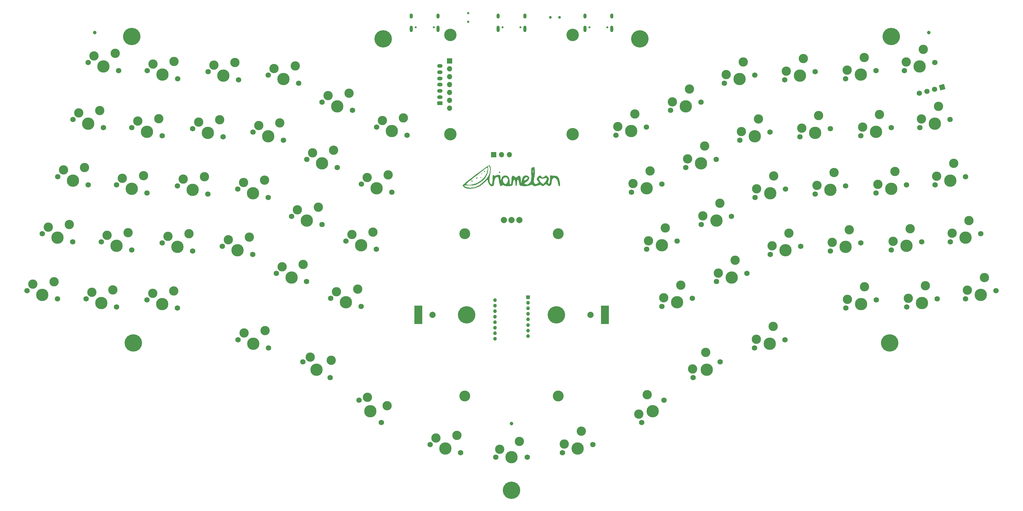
<source format=gbr>
%TF.GenerationSoftware,KiCad,Pcbnew,7.0.1*%
%TF.CreationDate,2023-04-08T16:00:55+01:00*%
%TF.ProjectId,Honeydew,486f6e65-7964-4657-972e-6b696361645f,V2.0*%
%TF.SameCoordinates,Original*%
%TF.FileFunction,Soldermask,Top*%
%TF.FilePolarity,Negative*%
%FSLAX46Y46*%
G04 Gerber Fmt 4.6, Leading zero omitted, Abs format (unit mm)*
G04 Created by KiCad (PCBNEW 7.0.1) date 2023-04-08 16:00:55*
%MOMM*%
%LPD*%
G01*
G04 APERTURE LIST*
G04 Aperture macros list*
%AMRoundRect*
0 Rectangle with rounded corners*
0 $1 Rounding radius*
0 $2 $3 $4 $5 $6 $7 $8 $9 X,Y pos of 4 corners*
0 Add a 4 corners polygon primitive as box body*
4,1,4,$2,$3,$4,$5,$6,$7,$8,$9,$2,$3,0*
0 Add four circle primitives for the rounded corners*
1,1,$1+$1,$2,$3*
1,1,$1+$1,$4,$5*
1,1,$1+$1,$6,$7*
1,1,$1+$1,$8,$9*
0 Add four rect primitives between the rounded corners*
20,1,$1+$1,$2,$3,$4,$5,0*
20,1,$1+$1,$4,$5,$6,$7,0*
20,1,$1+$1,$6,$7,$8,$9,0*
20,1,$1+$1,$8,$9,$2,$3,0*%
%AMHorizOval*
0 Thick line with rounded ends*
0 $1 width*
0 $2 $3 position (X,Y) of the first rounded end (center of the circle)*
0 $4 $5 position (X,Y) of the second rounded end (center of the circle)*
0 Add line between two ends*
20,1,$1,$2,$3,$4,$5,0*
0 Add two circle primitives to create the rounded ends*
1,1,$1,$2,$3*
1,1,$1,$4,$5*%
%AMRotRect*
0 Rectangle, with rotation*
0 The origin of the aperture is its center*
0 $1 length*
0 $2 width*
0 $3 Rotation angle, in degrees counterclockwise*
0 Add horizontal line*
21,1,$1,$2,0,0,$3*%
G04 Aperture macros list end*
%ADD10C,2.000000*%
%ADD11R,2.500000X6.000000*%
%ADD12C,3.500000*%
%ADD13C,5.600000*%
%ADD14C,1.152000*%
%ADD15RotRect,1.700000X1.700000X285.000000*%
%ADD16HorizOval,1.700000X0.000000X0.000000X0.000000X0.000000X0*%
%ADD17RoundRect,0.250000X0.625000X-0.350000X0.625000X0.350000X-0.625000X0.350000X-0.625000X-0.350000X0*%
%ADD18O,1.750000X1.200000*%
%ADD19R,1.700000X1.700000*%
%ADD20O,1.700000X1.700000*%
%ADD21C,4.000000*%
%ADD22C,1.750000*%
%ADD23C,3.000000*%
%ADD24C,3.987800*%
%ADD25C,0.650000*%
%ADD26O,1.000000X1.600000*%
%ADD27O,1.000000X2.100000*%
%ADD28C,0.900000*%
%ADD29R,1.200000X1.200000*%
%ADD30C,1.200000*%
%ADD31C,0.750000*%
G04 APERTURE END LIST*
%TO.C,A1*%
G36*
X200213333Y-120584666D02*
G01*
X200178466Y-120735669D01*
X200044000Y-120754000D01*
X199834929Y-120661065D01*
X199874666Y-120584666D01*
X200176105Y-120554267D01*
X200213333Y-120584666D01*
G37*
G36*
X200467333Y-119314666D02*
G01*
X200497732Y-119616105D01*
X200467333Y-119653333D01*
X200316330Y-119618466D01*
X200298000Y-119484000D01*
X200390934Y-119274929D01*
X200467333Y-119314666D01*
G37*
G36*
X197250000Y-121643000D02*
G01*
X197492311Y-121871246D01*
X197504000Y-121911990D01*
X197307482Y-122021087D01*
X197250000Y-122024000D01*
X197005760Y-121828736D01*
X196996000Y-121755009D01*
X197151609Y-121603311D01*
X197250000Y-121643000D01*
G37*
G36*
X199008430Y-120638610D02*
G01*
X199028000Y-120724019D01*
X198842642Y-121083093D01*
X198774000Y-121135000D01*
X198539569Y-121123389D01*
X198520000Y-121037980D01*
X198705357Y-120678906D01*
X198774000Y-120627000D01*
X199008430Y-120638610D01*
G37*
G36*
X201480688Y-118623609D02*
G01*
X201441000Y-118722000D01*
X201212753Y-118964311D01*
X201172009Y-118976000D01*
X201062912Y-118779482D01*
X201060000Y-118722000D01*
X201255263Y-118477760D01*
X201328990Y-118468000D01*
X201480688Y-118623609D01*
G37*
G36*
X206386619Y-118915287D02*
G01*
X206394000Y-118976000D01*
X206200712Y-119222619D01*
X206140000Y-119230000D01*
X205893380Y-119036712D01*
X205886000Y-118976000D01*
X206079287Y-118729380D01*
X206140000Y-118722000D01*
X206386619Y-118915287D01*
G37*
G36*
X216333355Y-118849000D02*
G01*
X216872054Y-118849000D01*
X216892499Y-119371753D01*
X216950059Y-119506676D01*
X216982518Y-119423461D01*
X217029829Y-118813497D01*
X216987644Y-118407461D01*
X216920733Y-118266686D01*
X216878643Y-118571980D01*
X216872054Y-118849000D01*
X216333355Y-118849000D01*
X216321506Y-118597204D01*
X216368708Y-117970795D01*
X216526060Y-117602527D01*
X216639757Y-117486227D01*
X217079551Y-117284634D01*
X217304873Y-117318123D01*
X217473819Y-117677402D01*
X217549962Y-118394945D01*
X217533248Y-119329554D01*
X217423624Y-120340033D01*
X217306247Y-120954576D01*
X217177353Y-121957532D01*
X217319327Y-122600746D01*
X217714610Y-122849572D01*
X218209841Y-122737577D01*
X218729643Y-122422773D01*
X218776436Y-122110177D01*
X218458999Y-121769999D01*
X218110447Y-121275494D01*
X218180463Y-121009584D01*
X218818843Y-121009584D01*
X218930397Y-121472286D01*
X219249112Y-121963496D01*
X219700818Y-122478999D01*
X220045417Y-122765293D01*
X220110000Y-122786000D01*
X220389167Y-122603216D01*
X220822033Y-122146709D01*
X220970887Y-121963496D01*
X221349463Y-121335822D01*
X221376377Y-120935762D01*
X221074944Y-120832770D01*
X220645269Y-120993405D01*
X220020872Y-121147923D01*
X219574730Y-120993405D01*
X219041391Y-120826806D01*
X218818843Y-121009584D01*
X218180463Y-121009584D01*
X218250596Y-120743226D01*
X218585999Y-120373000D01*
X218985356Y-120064495D01*
X219286600Y-120110766D01*
X219602000Y-120372999D01*
X219999111Y-120679944D01*
X220299941Y-120636117D01*
X220626964Y-120364887D01*
X221014110Y-120061672D01*
X221302465Y-120093167D01*
X221690600Y-120443711D01*
X222052280Y-120889370D01*
X222056600Y-121285607D01*
X221905676Y-121609971D01*
X221720109Y-122227791D01*
X221851506Y-122663534D01*
X222156990Y-122786000D01*
X222289090Y-122556589D01*
X222375892Y-121965949D01*
X222396000Y-121418444D01*
X222395999Y-120050889D01*
X223563304Y-120090181D01*
X224528199Y-120231792D01*
X225060182Y-120580191D01*
X225286028Y-121072060D01*
X225481262Y-121795160D01*
X225613404Y-122565712D01*
X225649978Y-123199933D01*
X225576243Y-123500423D01*
X225340002Y-123488167D01*
X225110562Y-123118661D01*
X224961388Y-122538262D01*
X224939889Y-122232642D01*
X224761105Y-121514829D01*
X224323668Y-120964238D01*
X223783793Y-120754000D01*
X223365065Y-120980999D01*
X223042347Y-121554101D01*
X222904457Y-122311457D01*
X222904000Y-122357200D01*
X222754372Y-122971261D01*
X222518235Y-123297954D01*
X222153250Y-123472068D01*
X221757992Y-123274274D01*
X221629235Y-123162688D01*
X221231332Y-122857076D01*
X220928869Y-122907717D01*
X220622764Y-123162688D01*
X220189981Y-123459145D01*
X219840396Y-123378647D01*
X219725527Y-123291118D01*
X219369124Y-123107608D01*
X218876290Y-123137944D01*
X218293811Y-123306603D01*
X217616577Y-123500480D01*
X217237617Y-123493579D01*
X216985222Y-123277949D01*
X216960531Y-123244871D01*
X216684626Y-122988044D01*
X216319484Y-123035562D01*
X215997091Y-123190597D01*
X215309043Y-123395248D01*
X214367038Y-123484157D01*
X213976335Y-123479461D01*
X213167100Y-123412285D01*
X212738990Y-123271377D01*
X212565679Y-123006560D01*
X212546837Y-122911694D01*
X212374126Y-121966956D01*
X212201583Y-121473890D01*
X212008141Y-121376611D01*
X211974553Y-121393602D01*
X211817018Y-121723446D01*
X211732535Y-122353147D01*
X211728000Y-122546990D01*
X211670878Y-123177651D01*
X211528421Y-123524713D01*
X211474000Y-123548000D01*
X211313973Y-123322884D01*
X211225908Y-122761464D01*
X211220000Y-122546990D01*
X211162738Y-121872007D01*
X211020500Y-121441098D01*
X210973446Y-121393602D01*
X210774024Y-121435139D01*
X210598992Y-121866418D01*
X210427690Y-122742312D01*
X210401405Y-122913000D01*
X210264756Y-123229583D01*
X209891069Y-123398297D01*
X209150260Y-123474630D01*
X209076416Y-123478171D01*
X208271505Y-123454804D01*
X207648511Y-123330532D01*
X207472541Y-123240504D01*
X207119147Y-123089154D01*
X206893218Y-123308209D01*
X206601495Y-123526006D01*
X206321166Y-123293936D01*
X206088059Y-122669544D01*
X205944835Y-121784951D01*
X205916900Y-121586524D01*
X207216012Y-121586524D01*
X207375991Y-122190551D01*
X207717565Y-122654959D01*
X208045000Y-122786000D01*
X208426593Y-122577043D01*
X208735203Y-122131274D01*
X208872249Y-121421901D01*
X208646228Y-120875700D01*
X208120071Y-120629823D01*
X208045000Y-120627000D01*
X207539171Y-120823988D01*
X207324424Y-121051774D01*
X207216012Y-121586524D01*
X205916900Y-121586524D01*
X205834901Y-121004073D01*
X205663696Y-120614792D01*
X205376393Y-120500746D01*
X205339397Y-120500000D01*
X204881874Y-120733232D01*
X204541459Y-121357850D01*
X204371678Y-122261234D01*
X204362000Y-122556507D01*
X204216886Y-123229886D01*
X203853725Y-123533013D01*
X203380786Y-123484968D01*
X202906340Y-123104832D01*
X202538657Y-122411688D01*
X202484498Y-122225619D01*
X202257996Y-121334003D01*
X201255512Y-122336487D01*
X199834368Y-123463939D01*
X198285172Y-124111945D01*
X196706639Y-124304421D01*
X195651972Y-124236150D01*
X194933749Y-123997021D01*
X194674639Y-123820029D01*
X194345697Y-123441985D01*
X194787296Y-123441985D01*
X195216842Y-123714332D01*
X195281500Y-123745994D01*
X196415095Y-124018076D01*
X197808288Y-123878613D01*
X198596112Y-123653045D01*
X199631467Y-123133909D01*
X200702678Y-122324628D01*
X201682240Y-121350816D01*
X202442647Y-120338087D01*
X202841647Y-119470453D01*
X203028616Y-118441389D01*
X203007513Y-117613430D01*
X202787661Y-117098680D01*
X202636421Y-117002228D01*
X202420685Y-117064021D01*
X202464229Y-117517369D01*
X202464896Y-117520031D01*
X202489148Y-118440868D01*
X202214748Y-119522661D01*
X201704526Y-120569441D01*
X201320800Y-121088448D01*
X200663740Y-121695737D01*
X199792080Y-122328076D01*
X199276892Y-122637264D01*
X198447821Y-123043513D01*
X197739207Y-123238805D01*
X196904301Y-123274309D01*
X196338403Y-123246613D01*
X195336731Y-123213485D01*
X194823477Y-123276822D01*
X194787296Y-123441985D01*
X194345697Y-123441985D01*
X194277889Y-123364055D01*
X194329000Y-123077960D01*
X194543510Y-122886252D01*
X195402919Y-122886252D01*
X195860912Y-123045961D01*
X196634099Y-123044008D01*
X197563486Y-122900968D01*
X198490079Y-122637416D01*
X198995809Y-122421312D01*
X200300733Y-121557825D01*
X201333873Y-120470112D01*
X201987939Y-119276314D01*
X202060727Y-119046442D01*
X202285692Y-118084800D01*
X202301078Y-117564692D01*
X202178270Y-117451999D01*
X201929299Y-117600016D01*
X201370996Y-118001178D01*
X200590605Y-118591156D01*
X199828770Y-119184412D01*
X198779692Y-120008402D01*
X197735874Y-120823245D01*
X196847311Y-121512075D01*
X196440085Y-121824665D01*
X195831916Y-122329820D01*
X195461303Y-122720200D01*
X195402919Y-122886252D01*
X194543510Y-122886252D01*
X194823533Y-122635995D01*
X195595427Y-122004132D01*
X196570277Y-121237689D01*
X197673679Y-120391987D01*
X198831232Y-119522348D01*
X199968531Y-118684090D01*
X201011172Y-117932535D01*
X201884753Y-117323002D01*
X202514870Y-116910812D01*
X202827119Y-116751286D01*
X202838000Y-116751360D01*
X203168804Y-117060023D01*
X203305339Y-117809280D01*
X203245457Y-118969457D01*
X203077092Y-120055544D01*
X202913166Y-121118769D01*
X202899463Y-121844205D01*
X203034442Y-122378868D01*
X203052329Y-122419366D01*
X203354470Y-122881184D01*
X203600850Y-122863841D01*
X203772671Y-122394827D01*
X203851133Y-121501637D01*
X203854000Y-121247009D01*
X203892901Y-120441373D01*
X203994340Y-119895835D01*
X204108000Y-119738000D01*
X204354678Y-119925455D01*
X204362000Y-119984028D01*
X204547577Y-120150507D01*
X204679500Y-120132243D01*
X205569033Y-119880260D01*
X206084257Y-119836738D01*
X206330499Y-120042773D01*
X206413088Y-120539459D01*
X206423464Y-120812660D01*
X206464262Y-121350464D01*
X206534749Y-121495070D01*
X206576686Y-121389000D01*
X206956703Y-120565298D01*
X207522721Y-120127087D01*
X208162915Y-120048318D01*
X208765457Y-120302946D01*
X209218521Y-120864923D01*
X209410282Y-121708204D01*
X209396948Y-122045895D01*
X209428563Y-122682352D01*
X209632500Y-122972490D01*
X209827177Y-122877944D01*
X209927700Y-122384655D01*
X209950000Y-121679156D01*
X210014890Y-120685583D01*
X210218355Y-120167783D01*
X210573587Y-120109243D01*
X210982005Y-120387484D01*
X211376569Y-120686156D01*
X211682217Y-120624907D01*
X211965994Y-120387484D01*
X212457346Y-120086507D01*
X212789029Y-120236086D01*
X212974752Y-120851832D01*
X213025829Y-121594490D01*
X213053659Y-122913000D01*
X213271208Y-121806413D01*
X213376886Y-121429037D01*
X214014000Y-121429037D01*
X214114432Y-121655732D01*
X214489356Y-121533403D01*
X214507853Y-121523570D01*
X214971129Y-121209375D01*
X215146997Y-121024185D01*
X215111915Y-120700583D01*
X215023016Y-120622684D01*
X214626440Y-120625996D01*
X214223752Y-120932148D01*
X214016267Y-121380260D01*
X214014000Y-121429037D01*
X213376886Y-121429037D01*
X213555574Y-120790939D01*
X213949293Y-120210896D01*
X214504244Y-119996976D01*
X214629300Y-119991999D01*
X215358931Y-120155155D01*
X215719676Y-120572141D01*
X215698485Y-121134237D01*
X215282310Y-121732721D01*
X214875244Y-122041153D01*
X214327666Y-122414355D01*
X214176551Y-122648893D01*
X214364941Y-122835175D01*
X214372369Y-122839359D01*
X215045910Y-122958672D01*
X215701856Y-122643162D01*
X216147766Y-122069499D01*
X216358407Y-121342164D01*
X216402760Y-120255269D01*
X216368865Y-119603594D01*
X216333355Y-118849000D01*
G37*
%TD*%
D10*
%TO.C,SW64*%
X235500000Y-165000000D03*
X184500000Y-165000000D03*
X212500000Y-134400000D03*
X207500000Y-134400000D03*
X210000000Y-134400000D03*
D11*
X240100000Y-165000000D03*
D12*
X225100000Y-191153967D03*
X225100000Y-138846033D03*
D13*
X224500000Y-165000000D03*
X195500000Y-165000000D03*
D12*
X194900000Y-191153967D03*
X194900000Y-138846033D03*
D11*
X179900000Y-165000000D03*
%TD*%
D14*
%TO.C,H3*%
X75499998Y-74000000D03*
%TD*%
%TO.C,H2*%
X344599997Y-73999998D03*
%TD*%
D13*
%TO.C,H8*%
X332499998Y-75249999D03*
%TD*%
D15*
%TO.C,J9*%
X348897585Y-91580037D03*
D16*
X346444133Y-92237437D03*
X343990682Y-92894838D03*
X341537230Y-93552238D03*
%TD*%
D13*
%TO.C,H10*%
X210000000Y-221500000D03*
%TD*%
D17*
%TO.C,J4*%
X186899997Y-96750000D03*
D18*
X186899997Y-94750000D03*
X186899997Y-92750000D03*
X186899997Y-90750000D03*
X186899997Y-88750000D03*
X186899997Y-86750000D03*
X186899997Y-84750000D03*
%TD*%
D14*
%TO.C,H1*%
X210000000Y-200000000D03*
%TD*%
D19*
%TO.C,J7*%
X190000000Y-83129999D03*
D20*
X190000000Y-85669999D03*
X190000000Y-88209999D03*
X190000000Y-90749999D03*
X190000000Y-93289999D03*
X190000000Y-95829999D03*
X190000000Y-98369999D03*
D21*
X190250000Y-74749999D03*
X190250000Y-106749999D03*
X229750000Y-74749999D03*
X229750000Y-106749999D03*
%TD*%
D22*
%TO.C,SW25*%
X151459521Y-185253809D03*
D23*
X151799817Y-179584400D03*
D24*
X147060112Y-182713809D03*
D23*
X145030555Y-178609104D03*
D22*
X142660703Y-180173809D03*
%TD*%
%TO.C,SW30*%
X168017842Y-199685348D03*
D23*
X169813894Y-194297195D03*
D24*
X164425740Y-196093246D03*
D23*
X163527714Y-191603118D03*
D22*
X160833638Y-192501144D03*
%TD*%
%TO.C,SW1*%
X83242695Y-86232841D03*
D23*
X82104044Y-80668537D03*
D24*
X78335792Y-84918040D03*
D23*
X75313015Y-81478488D03*
D22*
X73428889Y-83603239D03*
%TD*%
%TO.C,SW24*%
X143903674Y-154257190D03*
D23*
X142765023Y-148692886D03*
D24*
X138996771Y-152942389D03*
D23*
X135973994Y-149502837D03*
D22*
X134089868Y-151627588D03*
%TD*%
%TO.C,SW29*%
X161482793Y-162254533D03*
D23*
X160344142Y-156690229D03*
D24*
X156575890Y-160939732D03*
D23*
X153553113Y-157500180D03*
D22*
X151668987Y-159624931D03*
%TD*%
%TO.C,SW14*%
X107101882Y-144396195D03*
D23*
X105963231Y-138831891D03*
D24*
X102194979Y-143081394D03*
D23*
X99172202Y-139641842D03*
D22*
X97288076Y-141766593D03*
%TD*%
%TO.C,SW19*%
X126529963Y-145493158D03*
D23*
X125391312Y-139928854D03*
D24*
X121623060Y-144178357D03*
D23*
X118600283Y-140738805D03*
D22*
X116716157Y-142863556D03*
%TD*%
%TO.C,SW5*%
X63520676Y-159836406D03*
D23*
X62382025Y-154272102D03*
D24*
X58613773Y-158521605D03*
D23*
X55590996Y-155082053D03*
D22*
X53706870Y-157206804D03*
%TD*%
%TO.C,SW22*%
X153764663Y-117455406D03*
D23*
X152626012Y-111891102D03*
D24*
X148857760Y-116140605D03*
D23*
X145834983Y-112701053D03*
D22*
X143950857Y-114825804D03*
%TD*%
%TO.C,SW27*%
X171343796Y-125452746D03*
D23*
X170205145Y-119888442D03*
D24*
X166436893Y-124137945D03*
D23*
X163414116Y-120698393D03*
D22*
X161529990Y-122823144D03*
%TD*%
%TO.C,SW3*%
X73381668Y-123034635D03*
D23*
X72243017Y-117470331D03*
D24*
X68474765Y-121719834D03*
D23*
X65451988Y-118280282D03*
D22*
X63567862Y-120405033D03*
%TD*%
%TO.C,SW8*%
X92398882Y-125665008D03*
D23*
X91260231Y-120100704D03*
D24*
X87491979Y-124350207D03*
D23*
X84469202Y-120910655D03*
D22*
X82585076Y-123035406D03*
%TD*%
%TO.C,SW13*%
X112032396Y-125995293D03*
D23*
X110893745Y-120430989D03*
D24*
X107125493Y-124680492D03*
D23*
X104102716Y-121240940D03*
D22*
X102218590Y-123365691D03*
%TD*%
%TO.C,SW23*%
X148834177Y-135856333D03*
D23*
X147695526Y-130292029D03*
D24*
X143927274Y-134541532D03*
D23*
X140904497Y-131101980D03*
D22*
X139020371Y-133226731D03*
%TD*%
%TO.C,SW18*%
X131460449Y-127092279D03*
D23*
X130321798Y-121527975D03*
D24*
X126553546Y-125777478D03*
D23*
X123530769Y-122337926D03*
D22*
X121646643Y-124462677D03*
%TD*%
%TO.C,SW28*%
X166413290Y-143853635D03*
D23*
X165274639Y-138289331D03*
D24*
X161506387Y-142538834D03*
D23*
X158483610Y-139099282D03*
D22*
X156599484Y-141224033D03*
%TD*%
%TO.C,SW4*%
X68451186Y-141435529D03*
D23*
X67312535Y-135871225D03*
D24*
X63544283Y-140120728D03*
D23*
X60521506Y-136681176D03*
D22*
X58637380Y-138805927D03*
%TD*%
%TO.C,SW9*%
X87468351Y-144065912D03*
D23*
X86329700Y-138501608D03*
D24*
X82561448Y-142751111D03*
D23*
X79538671Y-139311559D03*
D22*
X77654545Y-141436310D03*
%TD*%
%TO.C,SW10*%
X82537873Y-162466796D03*
D23*
X81399222Y-156902492D03*
D24*
X77630970Y-161151995D03*
D23*
X74608193Y-157712443D03*
D22*
X72724067Y-159837194D03*
%TD*%
%TO.C,SW15*%
X102171383Y-162797070D03*
D23*
X101032732Y-157232766D03*
D24*
X97264480Y-161482269D03*
D23*
X94241703Y-158042717D03*
D22*
X92357577Y-160167468D03*
%TD*%
%TO.C,SW20*%
X131606896Y-175614798D03*
D23*
X130468245Y-170050494D03*
D24*
X126699993Y-174299997D03*
D23*
X123677216Y-170860445D03*
D22*
X121793090Y-172985196D03*
%TD*%
%TO.C,SW11*%
X121893395Y-89193545D03*
D23*
X120754744Y-83629241D03*
D24*
X116986492Y-87878744D03*
D23*
X113963715Y-84439192D03*
D22*
X112079589Y-86563943D03*
%TD*%
%TO.C,SW2*%
X78312187Y-104633741D03*
D23*
X77173536Y-99069437D03*
D24*
X73405284Y-103318940D03*
D23*
X70382507Y-99879388D03*
D22*
X68498381Y-102004139D03*
%TD*%
%TO.C,SW12*%
X116962889Y-107594407D03*
D23*
X115824238Y-102030103D03*
D24*
X112055986Y-106279606D03*
D23*
X109033209Y-102840054D03*
D22*
X107149083Y-104964805D03*
%TD*%
%TO.C,SW21*%
X158695173Y-99054528D03*
D23*
X157556522Y-93490224D03*
D24*
X153788270Y-97739727D03*
D23*
X150765493Y-94300175D03*
D22*
X148881367Y-96424926D03*
%TD*%
%TO.C,SW17*%
X136390970Y-108691407D03*
D23*
X135252319Y-103127103D03*
D24*
X131484067Y-107376606D03*
D23*
X128461290Y-103937054D03*
D22*
X126577164Y-106061805D03*
%TD*%
%TO.C,SW16*%
X141321469Y-90290500D03*
D23*
X140182818Y-84726196D03*
D24*
X136414566Y-88975699D03*
D23*
X133391789Y-85536147D03*
D22*
X131507663Y-87660898D03*
%TD*%
%TO.C,SW6*%
X102259883Y-88863245D03*
D23*
X101121232Y-83298941D03*
D24*
X97352980Y-87548444D03*
D23*
X94330203Y-84108892D03*
D22*
X92446077Y-86233643D03*
%TD*%
%TO.C,SW7*%
X97329382Y-107264132D03*
D23*
X96190731Y-101699828D03*
D24*
X92422479Y-105949331D03*
D23*
X89399702Y-102509779D03*
D22*
X87515576Y-104634530D03*
%TD*%
%TO.C,SW26*%
X176274302Y-107051855D03*
D23*
X175135651Y-101487551D03*
D24*
X171367399Y-105737054D03*
D23*
X168344622Y-102297502D03*
D22*
X166460496Y-104422253D03*
%TD*%
%TO.C,SW31*%
X253539533Y-104422260D03*
D23*
X249771281Y-100172757D03*
D24*
X248632630Y-105737061D03*
D23*
X244295052Y-104269710D03*
D22*
X243725727Y-107051862D03*
%TD*%
%TO.C,SW62*%
X215080019Y-210909993D03*
D23*
X212540019Y-205829993D03*
D24*
X210000019Y-210909993D03*
D23*
X206190019Y-208369993D03*
D22*
X204920019Y-210909993D03*
%TD*%
%TO.C,SW45*%
X298206929Y-172985195D03*
D23*
X294438677Y-168735692D03*
D24*
X293300026Y-174299996D03*
D23*
X288962448Y-172832645D03*
D22*
X288393123Y-175614797D03*
%TD*%
%TO.C,SW49*%
X322711942Y-141766613D03*
D23*
X318943690Y-137517110D03*
D24*
X317805039Y-143081414D03*
D23*
X313467461Y-141614063D03*
D22*
X312898136Y-144396215D03*
%TD*%
D13*
%TO.C,H7*%
X331999998Y-174000000D03*
%TD*%
D22*
%TO.C,SW47*%
X312850945Y-104964821D03*
D23*
X309082693Y-100715318D03*
D24*
X307944042Y-106279622D03*
D23*
X303606464Y-104812271D03*
D22*
X303037139Y-107594423D03*
%TD*%
%TO.C,SW63*%
X236266899Y-206775204D03*
D23*
X232498647Y-202525701D03*
D24*
X231359996Y-208090005D03*
D23*
X227022418Y-206622654D03*
D22*
X226453093Y-209404806D03*
%TD*%
%TO.C,SW61*%
X193546901Y-209404783D03*
D23*
X192408250Y-203840479D03*
D24*
X188639998Y-208089982D03*
D23*
X185617221Y-204650430D03*
D22*
X183733095Y-206775181D03*
%TD*%
%TO.C,SW33*%
X263400530Y-141224024D03*
D23*
X259632278Y-136974521D03*
D24*
X258493627Y-142538825D03*
D23*
X254156049Y-141071474D03*
D22*
X253586724Y-143853626D03*
%TD*%
%TO.C,SW59*%
X361362649Y-138805924D03*
D23*
X357594397Y-134556421D03*
D24*
X356455746Y-140120725D03*
D23*
X352118168Y-138653374D03*
D22*
X351548843Y-141435526D03*
%TD*%
D25*
%TO.C,J6*%
X235110001Y-72250000D03*
X240890001Y-72250000D03*
D26*
X233680001Y-68600000D03*
D27*
X233680001Y-72780000D03*
D26*
X242320001Y-68600000D03*
D27*
X242320001Y-72780000D03*
%TD*%
D22*
%TO.C,SW38*%
X280979681Y-133226722D03*
D23*
X277211429Y-128977219D03*
D24*
X276072778Y-134541523D03*
D23*
X271735200Y-133074172D03*
D22*
X271165875Y-135856324D03*
%TD*%
%TO.C,SW50*%
X327642445Y-160167486D03*
D23*
X323874193Y-155917983D03*
D24*
X322735542Y-161482287D03*
D23*
X318397964Y-160014936D03*
D22*
X317828639Y-162797088D03*
%TD*%
D28*
%TO.C,SW65*%
X222500001Y-69069999D03*
X225500001Y-69069999D03*
%TD*%
D22*
%TO.C,SW58*%
X356432145Y-120405014D03*
D23*
X352663893Y-116155511D03*
D24*
X351525242Y-121719815D03*
D23*
X347187664Y-120252464D03*
D22*
X346618339Y-123034616D03*
%TD*%
D29*
%TO.C,U4*%
X215350000Y-159340000D03*
D30*
X215350000Y-161120000D03*
X215350000Y-162900000D03*
X215350000Y-164680000D03*
X215350000Y-166460000D03*
X215350000Y-168240000D03*
X215350000Y-170020000D03*
X215350000Y-171800000D03*
X204650000Y-172690000D03*
X204650000Y-170910000D03*
X204650000Y-169130000D03*
X204650000Y-167350000D03*
X204650000Y-165570000D03*
X204650000Y-163790000D03*
X204650000Y-162010000D03*
X204650000Y-160230000D03*
%TD*%
D22*
%TO.C,SW43*%
X298353353Y-124462679D03*
D23*
X294585101Y-120213176D03*
D24*
X293446450Y-125777480D03*
D23*
X289108872Y-124310129D03*
D22*
X288539547Y-127092281D03*
%TD*%
D31*
%TO.C,SW66*%
X196000000Y-70475000D03*
X196000000Y-67725000D03*
%TD*%
D22*
%TO.C,SW57*%
X351501637Y-102004139D03*
D23*
X347733385Y-97754636D03*
D24*
X346594734Y-103318940D03*
D23*
X342257156Y-101851589D03*
D22*
X341687831Y-104633741D03*
%TD*%
D25*
%TO.C,J5*%
X179110000Y-72250000D03*
X184890000Y-72250000D03*
D26*
X177680000Y-68600000D03*
D27*
X177680000Y-72780000D03*
D26*
X186320000Y-68600000D03*
D27*
X186320000Y-72780000D03*
%TD*%
D22*
%TO.C,SW52*%
X332484457Y-104634528D03*
D23*
X328716205Y-100385025D03*
D24*
X327577554Y-105949329D03*
D23*
X323239976Y-104481978D03*
D22*
X322670651Y-107264130D03*
%TD*%
%TO.C,SW44*%
X303283870Y-142863560D03*
D23*
X299515618Y-138614057D03*
D24*
X298376967Y-144178361D03*
D23*
X294039389Y-142711010D03*
D22*
X293470064Y-145493162D03*
%TD*%
%TO.C,SW41*%
X288492358Y-87660914D03*
D23*
X284724106Y-83411411D03*
D24*
X283585455Y-88975715D03*
D23*
X279247877Y-87508364D03*
D22*
X278678552Y-90290516D03*
%TD*%
D25*
%TO.C,J2*%
X207110001Y-72249999D03*
X212890001Y-72249999D03*
D26*
X205680001Y-68599999D03*
D27*
X205680001Y-72779999D03*
D26*
X214320001Y-68599999D03*
D27*
X214320001Y-72779999D03*
%TD*%
D13*
%TO.C,H6*%
X87499999Y-75249999D03*
%TD*%
D22*
%TO.C,SW40*%
X277339312Y-180173790D03*
D23*
X272599608Y-177044381D03*
D24*
X272939903Y-182713790D03*
D23*
X268370346Y-182419085D03*
D22*
X268540494Y-185253790D03*
%TD*%
%TO.C,SW46*%
X307920432Y-86563942D03*
D23*
X304152180Y-82314439D03*
D24*
X303013529Y-87878743D03*
D23*
X298675951Y-86411392D03*
D22*
X298106626Y-89193544D03*
%TD*%
%TO.C,SW51*%
X327553945Y-86233657D03*
D23*
X323785693Y-81984154D03*
D24*
X322647042Y-87548458D03*
D23*
X318309464Y-86081107D03*
D22*
X317740139Y-88863259D03*
%TD*%
%TO.C,SW60*%
X366293143Y-157206797D03*
D23*
X362524891Y-152957294D03*
D24*
X361386240Y-158521598D03*
D23*
X357048662Y-157054247D03*
D22*
X356479337Y-159836399D03*
%TD*%
%TO.C,SW37*%
X276049176Y-114825840D03*
D23*
X272280924Y-110576337D03*
D24*
X271142273Y-116140641D03*
D23*
X266804695Y-114673290D03*
D22*
X266235370Y-117455442D03*
%TD*%
D13*
%TO.C,H4*%
X251399998Y-75999998D03*
%TD*%
D22*
%TO.C,SW54*%
X342345464Y-141436315D03*
D23*
X338577212Y-137186812D03*
D24*
X337438561Y-142751116D03*
D23*
X333100983Y-141283765D03*
D22*
X332531658Y-144065917D03*
%TD*%
D13*
%TO.C,H9*%
X88000000Y-173999998D03*
%TD*%
D22*
%TO.C,SW55*%
X347275964Y-159837201D03*
D23*
X343507712Y-155587698D03*
D24*
X342369061Y-161152002D03*
D23*
X338031483Y-159684651D03*
D22*
X337462158Y-162466803D03*
%TD*%
%TO.C,SW48*%
X317781444Y-123365710D03*
D23*
X314013192Y-119116207D03*
D24*
X312874541Y-124680511D03*
D23*
X308536963Y-123213160D03*
D22*
X307967638Y-125995312D03*
%TD*%
D13*
%TO.C,H5*%
X168599997Y-75999998D03*
%TD*%
D22*
%TO.C,SW53*%
X337414958Y-123035418D03*
D23*
X333646706Y-118785915D03*
D24*
X332508055Y-124350219D03*
D23*
X328170477Y-122882868D03*
D22*
X327601152Y-125665020D03*
%TD*%
%TO.C,SW35*%
X259166388Y-192501135D03*
D23*
X253778235Y-190705083D03*
D24*
X255574286Y-196093237D03*
D23*
X251084158Y-196991263D03*
D22*
X251982184Y-199685339D03*
%TD*%
%TO.C,SW34*%
X268331036Y-159624914D03*
D23*
X264562784Y-155375411D03*
D24*
X263424133Y-160939715D03*
D23*
X259086555Y-159472364D03*
D22*
X258517230Y-162254516D03*
%TD*%
D19*
%TO.C,J1*%
X204259997Y-113299363D03*
D20*
X206799997Y-113299363D03*
X209339997Y-113299363D03*
%TD*%
D22*
%TO.C,SW42*%
X293422857Y-106061796D03*
D23*
X289654605Y-101812293D03*
D24*
X288515954Y-107376597D03*
D23*
X284178376Y-105909246D03*
D22*
X283609051Y-108691398D03*
%TD*%
%TO.C,SW56*%
X346571143Y-83603261D03*
D23*
X342802891Y-79353758D03*
D24*
X341664240Y-84918062D03*
D23*
X337326662Y-83450711D03*
D22*
X336757337Y-86232863D03*
%TD*%
%TO.C,SW36*%
X271118654Y-96424958D03*
D23*
X267350402Y-92175455D03*
D24*
X266211751Y-97739759D03*
D23*
X261874173Y-96272408D03*
D22*
X261304848Y-99054560D03*
%TD*%
%TO.C,SW39*%
X285910176Y-151627606D03*
D23*
X282141924Y-147378103D03*
D24*
X281003273Y-152942407D03*
D23*
X276665695Y-151475056D03*
D22*
X276096370Y-154257208D03*
%TD*%
%TO.C,SW32*%
X258470028Y-122823151D03*
D23*
X254701776Y-118573648D03*
D24*
X253563125Y-124137952D03*
D23*
X249225547Y-122670601D03*
D22*
X248656222Y-125452753D03*
%TD*%
M02*

</source>
